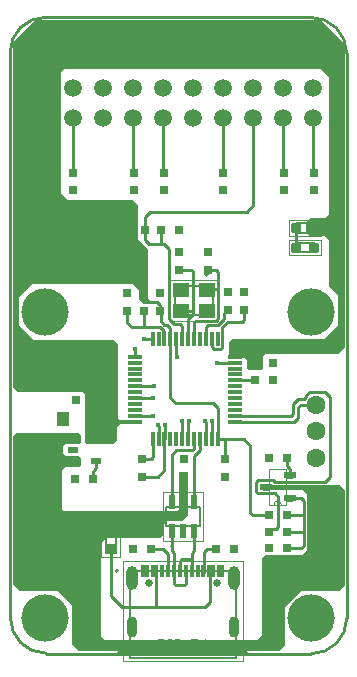
<source format=gtl>
G04*
G04 #@! TF.GenerationSoftware,Altium Limited,Altium Designer,20.0.12 (288)*
G04*
G04 Layer_Physical_Order=1*
G04 Layer_Color=6495743*
%FSLAX44Y44*%
%MOMM*%
G71*
G01*
G75*
%ADD10C,0.2000*%
%ADD11C,0.2540*%
%ADD12C,0.1270*%
%ADD14C,0.0000*%
%ADD15C,0.0500*%
%ADD16R,0.3000X1.1400*%
%ADD17R,0.3000X1.2000*%
%ADD18R,1.2000X0.3000*%
%ADD19R,0.8000X0.8000*%
%ADD20R,0.8000X0.8000*%
%ADD21R,1.0000X0.5588*%
%ADD22R,0.9900X0.9200*%
%ADD23C,1.6000*%
%ADD24R,0.9000X0.6000*%
%ADD25R,1.0000X1.3000*%
G04:AMPARAMS|DCode=26|XSize=0.91mm|YSize=0.83mm|CornerRadius=0.22mm|HoleSize=0mm|Usage=FLASHONLY|Rotation=0.000|XOffset=0mm|YOffset=0mm|HoleType=Round|Shape=RoundedRectangle|*
%AMROUNDEDRECTD26*
21,1,0.9100,0.3901,0,0,0.0*
21,1,0.4701,0.8300,0,0,0.0*
1,1,0.4399,0.2351,-0.1951*
1,1,0.4399,-0.2351,-0.1951*
1,1,0.4399,-0.2351,0.1951*
1,1,0.4399,0.2351,0.1951*
%
%ADD26ROUNDEDRECTD26*%
G04:AMPARAMS|DCode=27|XSize=1.21mm|YSize=0.59mm|CornerRadius=0.0738mm|HoleSize=0mm|Usage=FLASHONLY|Rotation=90.000|XOffset=0mm|YOffset=0mm|HoleType=Round|Shape=RoundedRectangle|*
%AMROUNDEDRECTD27*
21,1,1.2100,0.4425,0,0,90.0*
21,1,1.0625,0.5900,0,0,90.0*
1,1,0.1475,0.2213,0.5313*
1,1,0.1475,0.2213,-0.5313*
1,1,0.1475,-0.2213,-0.5313*
1,1,0.1475,-0.2213,0.5313*
%
%ADD27ROUNDEDRECTD27*%
%ADD28R,1.4000X1.2000*%
%ADD48C,0.6500*%
%ADD49O,1.0000X2.0000*%
%ADD50O,0.9000X1.8000*%
%ADD51C,4.0000*%
%ADD52R,1.5000X1.5000*%
%ADD53C,1.5000*%
%ADD54C,0.4000*%
G36*
X1524000Y965000D02*
X1524000Y709000D01*
X1517750Y702750D01*
X1456250Y702750D01*
X1454000Y700500D01*
Y691250D01*
X1452250Y689500D01*
X1442250D01*
X1440250Y691500D01*
Y698250D01*
X1439000Y699500D01*
X1425000D01*
X1425000Y713250D01*
X1427750Y716000D01*
X1506000Y716000D01*
X1517750Y727750D01*
Y753250D01*
X1510500Y760500D01*
Y798750D01*
X1506500Y802750D01*
X1493500D01*
X1490250Y806000D01*
Y814250D01*
X1494000Y818000D01*
X1506750D01*
X1510500Y821750D01*
Y937250D01*
X1503500Y944250D01*
X1285750D01*
X1283250Y941750D01*
Y839500D01*
X1289000Y833750D01*
X1344000D01*
X1348250Y829500D01*
X1348250Y812250D01*
X1348250Y800500D01*
X1357250Y791500D01*
X1357250Y749625D01*
X1359875Y747000D01*
X1358627Y745752D01*
X1352498D01*
X1349000Y749250D01*
Y757250D01*
X1344000Y762250D01*
X1258250D01*
X1247750Y751750D01*
Y727250D01*
X1260250Y714750D01*
X1328000D01*
X1331250Y711500D01*
Y649000D01*
X1332977Y647273D01*
X1339921D01*
X1343000Y644250D01*
X1333500D01*
X1330750Y641500D01*
Y630500D01*
X1327000Y626750D01*
X1305000D01*
X1303750Y628000D01*
Y668500D01*
X1301500Y670750D01*
X1246500D01*
X1242250Y675000D01*
Y816750D01*
X1242250Y967250D01*
X1260750Y985750D01*
X1503250Y985750D01*
X1524000Y965000D01*
D02*
G37*
G36*
X1298500Y636500D02*
X1300500Y634500D01*
X1300500Y628500D01*
X1299000Y627000D01*
X1286500D01*
X1285000Y625500D01*
Y618500D01*
X1287000Y616500D01*
X1298500D01*
X1300500Y614500D01*
Y609000D01*
X1298750Y607250D01*
X1286500D01*
X1283750Y604500D01*
Y572250D01*
X1286000Y570000D01*
X1381000D01*
X1383000Y572000D01*
Y603250D01*
X1391000D01*
Y566500D01*
X1386500Y562000D01*
X1373750D01*
X1370500Y558750D01*
Y550500D01*
X1367000Y547000D01*
X1321250Y547000D01*
X1317000Y542750D01*
X1317000Y464750D01*
X1320500Y461250D01*
X1449500Y461250D01*
X1453250Y465000D01*
X1453250Y530000D01*
X1456500Y533250D01*
X1487750D01*
X1491750Y537250D01*
X1491750Y584250D01*
X1488250Y587750D01*
X1461250Y587750D01*
X1451500D01*
X1451500Y592250D01*
X1452500Y593250D01*
X1461250Y593250D01*
X1462250Y592250D01*
X1518750Y592250D01*
X1523250Y587750D01*
Y506750D01*
X1518750Y502250D01*
X1487000Y502250D01*
X1473250Y488500D01*
Y456750D01*
X1468500Y452000D01*
X1298000Y452000D01*
X1292750Y457250D01*
Y490500D01*
X1281000Y502250D01*
X1248750D01*
X1242250Y508750D01*
Y633250D01*
X1245500Y636500D01*
X1298500Y636500D01*
D02*
G37*
D10*
X1331519Y519537D02*
G03*
X1331519Y519537I-1000J0D01*
G01*
X1378050Y540000D02*
G03*
X1378050Y540000I-1000J0D01*
G01*
X1407510Y770420D02*
G03*
X1407510Y770420I-1000J0D01*
G01*
D11*
X1408980Y492980D02*
Y519325D01*
X1404750Y488750D02*
X1408980Y492980D01*
X1408769Y519537D02*
X1408980Y519325D01*
X1460635Y455250D02*
X1470040Y464655D01*
Y489417D01*
X1302596Y455250D02*
X1460635D01*
X1470040Y489417D02*
X1487123Y506500D01*
X1493500D01*
X1295500Y462346D02*
Y492250D01*
Y462346D02*
X1302596Y455250D01*
X1325250Y565904D02*
X1383958D01*
X1280000D02*
X1325250D01*
X1411010Y708738D02*
Y715560D01*
Y708738D02*
X1412498Y707250D01*
X1418332D01*
X1506437Y671290D02*
X1510706Y667021D01*
X1493709Y671290D02*
X1506437D01*
X1510706Y599238D02*
Y667021D01*
X1506382Y594914D02*
X1510706Y599238D01*
X1269978Y978250D02*
X1498388D01*
X1519250Y809133D02*
Y957388D01*
X1498388Y978250D02*
X1519250Y957388D01*
X1245750Y929250D02*
Y954022D01*
X1269978Y978250D01*
X1245750Y808000D02*
Y809000D01*
Y689482D02*
Y808000D01*
Y929250D02*
X1267300D01*
X1245750Y903250D02*
Y929250D01*
X1354250Y808000D02*
Y819250D01*
X1358500Y823500D01*
X1440235D01*
X1354250Y799500D02*
Y808000D01*
X1445950Y829215D02*
Y903000D01*
X1440235Y823500D02*
X1445950Y829215D01*
X1404750Y646355D02*
X1405780Y645325D01*
Y630790D02*
Y645325D01*
X1404750Y646355D02*
Y646750D01*
X1391010Y646510D02*
X1391250Y646750D01*
X1391010Y631020D02*
Y646510D01*
X1474500Y614793D02*
X1474553Y614846D01*
X1474500Y608250D02*
Y614793D01*
Y608250D02*
X1476772Y605978D01*
Y600248D02*
Y605978D01*
X1371010Y642589D02*
X1371460Y643040D01*
X1371010Y631020D02*
Y642589D01*
X1370780Y630790D02*
X1371010Y631020D01*
X1345500Y701020D02*
Y707472D01*
X1360740Y715750D02*
X1360780Y715790D01*
X1353750Y715750D02*
X1360740D01*
X1345730Y700790D02*
X1345780D01*
X1345500Y701020D02*
X1345730Y700790D01*
X1385250Y646355D02*
Y646750D01*
Y646355D02*
X1385780Y645825D01*
Y630790D02*
Y645825D01*
X1375780Y666220D02*
Y715790D01*
Y725220D01*
X1380890Y700423D02*
X1381063Y700250D01*
X1380890Y700423D02*
Y715680D01*
X1380780Y715790D02*
X1380890Y715680D01*
X1345800Y650770D02*
X1360690D01*
X1360710Y650750D01*
X1345800Y665770D02*
X1360690D01*
X1360710Y665750D01*
X1345780Y665790D02*
X1345800Y665770D01*
X1345780Y650790D02*
X1345800Y650770D01*
X1430780Y680790D02*
X1447040D01*
X1447250Y681000D01*
X1345780Y675790D02*
X1345885Y675895D01*
X1361395D01*
X1361500Y676000D01*
X1365780Y630790D02*
Y642325D01*
X1365250Y642855D02*
X1365780Y642325D01*
X1365250Y642855D02*
Y643250D01*
X1311488Y604750D02*
X1311512D01*
X1313000Y606238D02*
Y612250D01*
X1311512Y604750D02*
X1313000Y606238D01*
X1310000Y597250D02*
Y603262D01*
X1311488Y604750D01*
X1464086Y594914D02*
X1506382D01*
X1466992Y556440D02*
Y582358D01*
X1449778Y585000D02*
X1464350D01*
X1466992Y582358D01*
X1465505Y554953D02*
X1466992Y556440D01*
X1459553Y552596D02*
X1461909Y554953D01*
X1465505D01*
X1449778Y596110D02*
X1462890D01*
X1448290Y594622D02*
X1449778Y596110D01*
X1448290Y586488D02*
X1449778Y585000D01*
X1448290Y586488D02*
Y594622D01*
X1462890Y596110D02*
X1464086Y594914D01*
X1491000Y666656D02*
Y668580D01*
X1493709Y671290D01*
X1489047Y664703D02*
X1491000Y666656D01*
X1483934Y664703D02*
X1489047D01*
X1479750Y660519D02*
X1483934Y664703D01*
X1483813Y649063D02*
Y658062D01*
X1486001Y660250D01*
X1499500D01*
X1479750Y652278D02*
Y660519D01*
X1430780Y650790D02*
X1478262D01*
X1479750Y652278D01*
X1390780Y630790D02*
X1391010Y631020D01*
X1498117Y809133D02*
X1519250D01*
X1497500Y809750D02*
X1498117Y809133D01*
X1447250Y714000D02*
X1510250D01*
X1436250D02*
X1447250D01*
X1447250Y695750D02*
Y714000D01*
X1447250Y714000D02*
X1447250Y714000D01*
X1431010Y700560D02*
X1431040D01*
X1431500Y701020D01*
Y709250D01*
X1436250Y714000D01*
X1510250D02*
X1519250Y723000D01*
X1480540Y645790D02*
X1483813Y649063D01*
X1430780Y645790D02*
X1480540D01*
X1411750Y661750D02*
X1415780Y657720D01*
X1380250Y661750D02*
X1411750D01*
X1375780Y666220D02*
X1380250Y661750D01*
X1415000Y695750D02*
X1415020Y695770D01*
X1430760D02*
X1430780Y695790D01*
X1415020Y695770D02*
X1430760D01*
X1482500Y793250D02*
Y809750D01*
X1496750Y857500D02*
X1497500Y856750D01*
X1496750Y857500D02*
Y903000D01*
X1436750Y730250D02*
X1438250Y731750D01*
Y740500D01*
X1424500Y730250D02*
X1436750D01*
X1419820Y725570D02*
X1424500Y730250D01*
X1418332Y707250D02*
X1419820Y708738D01*
X1410780Y715790D02*
X1411010Y715560D01*
X1419820Y708738D02*
Y725570D01*
X1407268Y727570D02*
X1416140D01*
X1405780Y726082D02*
X1407268Y727570D01*
X1405780Y715790D02*
Y726082D01*
X1416140Y727570D02*
X1421583Y733013D01*
X1397268Y731380D02*
X1414562D01*
X1416050Y732868D01*
Y745084D01*
X1416500Y745534D02*
Y757750D01*
X1416050Y745084D02*
X1416500Y745534D01*
X1421583Y733013D02*
Y737833D01*
X1424250Y740500D01*
X1395780Y715790D02*
Y729892D01*
X1397268Y731380D01*
X1395250Y736909D02*
Y739750D01*
X1390780Y732439D02*
X1395250Y736909D01*
X1390780Y715790D02*
Y732439D01*
X1367500Y796000D02*
X1370500D01*
X1357750D02*
X1367500D01*
Y807430D02*
X1368070Y808000D01*
X1367500Y796000D02*
Y807430D01*
X1354250Y799500D02*
X1357750Y796000D01*
X1370500D02*
X1374500Y792000D01*
Y732750D02*
Y792000D01*
Y732750D02*
X1379000Y728250D01*
X1385780Y715790D02*
Y726762D01*
X1384292Y728250D02*
X1385780Y726762D01*
X1379000Y728250D02*
X1384292D01*
X1395250Y739750D02*
Y772722D01*
X1384510Y739920D02*
X1395080D01*
X1395250Y739750D01*
X1393762Y774210D02*
X1395250Y772722D01*
X1383240Y774210D02*
X1393762D01*
X1416500Y757750D02*
Y771750D01*
X1406510Y756920D02*
X1407340Y757750D01*
X1416500D01*
X1415756Y772494D02*
X1416500Y771750D01*
X1407370Y774210D02*
X1414040D01*
X1415750Y772500D01*
Y772500D02*
Y772500D01*
Y772500D02*
X1415756Y772494D01*
X1255482Y679750D02*
X1324500D01*
X1245750Y689482D02*
X1255482Y679750D01*
X1410765Y630805D02*
X1410780Y630790D01*
X1410765Y630805D02*
Y646735D01*
X1410750Y646750D02*
X1410765Y646735D01*
X1351750Y614250D02*
X1359000D01*
X1360780Y616030D02*
Y630790D01*
X1359000Y614250D02*
X1360780Y616030D01*
X1353140Y726600D02*
Y739632D01*
Y726600D02*
X1353740Y726000D01*
X1353140D02*
X1367000D01*
X1343000D02*
X1353140D01*
X1339250Y729750D02*
Y739632D01*
Y729750D02*
X1343000Y726000D01*
X1370638Y727750D02*
X1373250D01*
X1367500Y730888D02*
X1370638Y727750D01*
X1367000Y726000D02*
X1369060Y723940D01*
X1370550Y716020D02*
Y722452D01*
X1369062Y723940D02*
X1370550Y722452D01*
X1367500Y730888D02*
Y739133D01*
X1369060Y723940D02*
X1369062D01*
X1373250Y727750D02*
X1375780Y725220D01*
X1370550Y716020D02*
X1370780Y715790D01*
Y604780D02*
Y630790D01*
X1365250Y599250D02*
X1370780Y604780D01*
X1351750Y599250D02*
X1365250D01*
X1474649Y538500D02*
X1486739D01*
X1489000Y540760D01*
Y553625D01*
Y567250D01*
X1474553Y538596D02*
X1474649Y538500D01*
X1486512Y580944D02*
X1489000Y578456D01*
X1476772Y580944D02*
X1486512D01*
X1489000Y567250D02*
Y578456D01*
X1474553Y552596D02*
X1487971D01*
X1474553Y566596D02*
X1488346D01*
X1489000Y567250D01*
X1377044Y536281D02*
Y552956D01*
Y536281D02*
X1378980Y534345D01*
Y518030D02*
Y534345D01*
X1369750Y538000D02*
X1373980Y533770D01*
Y518030D02*
Y533770D01*
X1359000Y538000D02*
X1369750D01*
X1377000Y553000D02*
X1377044Y552956D01*
X1406750Y538000D02*
X1414500D01*
X1403980Y535230D02*
X1406750Y538000D01*
X1403980Y518030D02*
Y535230D01*
X1378886Y517936D02*
X1378980Y518030D01*
X1380374Y507250D02*
X1387492D01*
X1378886Y508738D02*
X1380374Y507250D01*
X1378886Y508738D02*
Y517936D01*
X1388980Y508738D02*
Y518030D01*
X1387492Y507250D02*
X1388980Y508738D01*
X1385468Y529258D02*
X1393980D01*
Y534230D01*
Y518030D02*
Y529258D01*
X1383980Y518030D02*
Y527770D01*
X1385468Y529258D01*
X1396000Y553000D02*
X1396000Y553000D01*
X1396000Y536250D02*
Y553000D01*
X1393980Y534230D02*
X1396000Y536250D01*
X1400780Y621530D02*
Y630790D01*
X1396000Y616750D02*
X1400780Y621530D01*
X1396000Y578100D02*
Y616750D01*
X1395550Y630560D02*
X1395780Y630790D01*
X1395550Y622800D02*
Y630560D01*
X1394250Y621500D02*
X1395550Y622800D01*
X1377000Y617750D02*
X1380750Y621500D01*
X1394250D01*
X1377000Y578100D02*
Y617750D01*
X1421000Y630790D02*
X1438183D01*
X1415780D02*
X1421000D01*
X1421750Y614250D02*
Y630040D01*
X1421000Y630790D02*
X1421750Y630040D01*
X1245750Y809000D02*
Y903250D01*
X1415780Y630790D02*
Y657720D01*
X1430780Y700790D02*
X1431010Y700560D01*
X1310750Y664000D02*
X1329210D01*
Y647750D02*
Y664000D01*
Y675040D01*
X1367000Y739632D02*
X1367500Y739133D01*
X1353140Y754632D02*
X1353250Y754522D01*
Y748750D02*
Y754522D01*
Y748750D02*
X1355000Y747000D01*
X1364750D02*
X1367000Y744750D01*
X1355000Y747000D02*
X1364750D01*
X1367000Y739632D02*
Y744750D01*
X1353140Y754632D02*
X1353500Y754993D01*
Y772000D01*
X1346250Y775750D02*
X1349750D01*
X1353500Y772000D01*
X1339250Y782750D02*
Y808000D01*
Y782750D02*
X1346250Y775750D01*
X1246750Y808000D02*
X1339250D01*
X1245750Y809000D02*
X1246750Y808000D01*
X1246000Y903000D02*
X1268150D01*
X1245750Y903250D02*
X1246000Y903000D01*
X1267300Y929250D02*
X1268150Y928400D01*
X1443500Y568500D02*
Y625473D01*
X1438183Y630790D02*
X1443500Y625473D01*
Y568500D02*
X1445404Y566596D01*
X1459553D01*
X1499250Y512250D02*
Y586250D01*
X1494904Y590596D02*
X1499250Y586250D01*
X1456452Y590596D02*
X1494904D01*
X1493500Y506500D02*
X1499250Y512250D01*
X1324500Y679750D02*
X1329210Y675040D01*
X1280000Y565904D02*
Y611500D01*
Y507750D02*
Y565904D01*
Y507750D02*
X1295500Y492250D01*
X1386500Y578100D02*
Y598750D01*
Y568446D02*
Y578100D01*
X1383958Y565904D02*
X1386500Y568446D01*
X1325250Y553750D02*
Y565750D01*
X1309750Y647750D02*
X1329210D01*
Y645790D02*
Y647750D01*
X1313000Y631250D02*
X1325500D01*
X1329210Y634960D02*
Y645790D01*
X1325500Y631250D02*
X1329210Y634960D01*
Y645790D02*
X1345780D01*
X1280000Y611500D02*
Y627948D01*
X1280750Y612250D02*
X1293000D01*
X1280000Y611500D02*
X1280750Y612250D01*
X1283302Y631250D02*
X1293000D01*
X1280000Y627948D02*
X1283302Y631250D01*
X1386500Y598750D02*
X1387000Y599250D01*
X1364000Y488750D02*
X1404750D01*
X1334500D02*
X1364000D01*
X1363980Y488770D02*
Y518030D01*
Y488770D02*
X1364000Y488750D01*
X1325250Y498000D02*
Y538250D01*
Y498000D02*
X1334500Y488750D01*
X1471350Y857150D02*
X1471750Y856750D01*
X1471350Y857150D02*
Y903000D01*
X1420500Y856750D02*
X1420550Y856800D01*
Y903000D01*
X1369750Y857250D02*
X1370250Y856750D01*
X1369750Y857250D02*
Y903000D01*
X1344350Y857400D02*
X1345000Y856750D01*
X1344350Y857400D02*
Y903000D01*
X1293500Y856750D02*
X1293550Y856800D01*
Y903000D01*
X1495157Y449343D02*
G03*
X1525157Y479343I0J30000D01*
G01*
X1525000Y958000D02*
G03*
X1495000Y988000I-30000J0D01*
G01*
X1270000Y988250D02*
G03*
X1240000Y958250I0J-30000D01*
G01*
X1240270Y479770D02*
G03*
X1270270Y449770I30000J0D01*
G01*
Y449500D02*
X1495157Y449500D01*
X1525000Y958000D02*
X1525000Y479343D01*
X1270000Y988237D02*
X1495000Y988018D01*
X1240000Y958250D02*
X1240000Y479770D01*
X1270270Y449500D02*
X1341750D01*
X1365569Y453537D02*
Y460534D01*
X1369067D01*
X1370234Y459368D01*
Y457035D01*
X1369067Y455869D01*
X1365569D01*
X1377231Y459368D02*
X1376065Y460534D01*
X1373733D01*
X1372566Y459368D01*
Y454703D01*
X1373733Y453537D01*
X1376065D01*
X1377231Y454703D01*
X1379564Y460534D02*
Y453537D01*
X1383063D01*
X1384229Y454703D01*
Y455869D01*
X1383063Y457035D01*
X1379564D01*
X1383063D01*
X1384229Y458202D01*
Y459368D01*
X1383063Y460534D01*
X1379564D01*
X1398225D02*
X1393560D01*
Y453537D01*
X1398225D01*
X1393560Y457035D02*
X1395892D01*
X1405222Y460534D02*
Y453537D01*
X1401724D01*
X1400557Y454703D01*
Y457035D01*
X1401724Y458202D01*
X1405222D01*
X1409888Y451204D02*
X1411054D01*
X1412220Y452370D01*
Y458202D01*
X1408721D01*
X1407555Y457035D01*
Y454703D01*
X1408721Y453537D01*
X1412220D01*
X1418052D02*
X1415719D01*
X1414553Y454703D01*
Y457035D01*
X1415719Y458202D01*
X1418052D01*
X1419218Y457035D01*
Y455869D01*
X1414553D01*
D12*
X1341569Y446037D02*
Y519537D01*
Y446037D02*
X1430969D01*
Y519537D01*
X1341569D02*
X1430969D01*
X1331569Y450937D02*
X1440969D01*
X1321150Y538000D02*
Y554000D01*
Y538000D02*
X1329350D01*
Y554000D01*
X1321150D02*
X1329350D01*
X1482000Y805750D02*
Y813750D01*
Y805750D02*
X1498000D01*
Y813750D01*
X1482000D02*
X1498000D01*
X1482000Y789250D02*
Y797250D01*
Y789250D02*
X1498000D01*
Y797250D01*
X1482000D02*
X1498000D01*
X1371875Y557425D02*
Y573675D01*
X1401125D01*
Y557425D02*
Y573675D01*
X1371875Y557425D02*
X1401125D01*
X1411510Y735920D02*
Y760920D01*
X1379510Y735920D02*
X1411510D01*
X1379510Y760920D02*
X1411510D01*
X1379510Y735920D02*
Y760920D01*
D14*
X1429443Y522135D02*
G03*
X1426270Y518611I176J-3349D01*
G01*
X1432768Y519152D02*
G03*
X1429453Y522136I-3149J-165D01*
G01*
Y505137D02*
G03*
X1432768Y508122I165J3149D01*
G01*
X1426269Y508128D02*
G03*
X1429477Y505137I3100J108D01*
G01*
X1432769Y508137D02*
Y519137D01*
X1426269Y508137D02*
Y518637D01*
X1469660Y575610D02*
G03*
X1463564Y575610I-3048J0D01*
G01*
X1459500Y605582D02*
X1473724D01*
X1459500Y593136D02*
Y605582D01*
Y588056D02*
Y593136D01*
Y575610D02*
Y588056D01*
Y575610D02*
X1463564D01*
X1469660D01*
X1473724D01*
Y578404D01*
Y583484D01*
Y597708D01*
Y578404D02*
X1479058D01*
Y583484D01*
X1473724D02*
X1479058D01*
X1473724Y602788D02*
Y605582D01*
Y597708D02*
Y602788D01*
Y597708D02*
X1479058D01*
Y602788D01*
X1473724D02*
X1479058D01*
X1454166Y593136D02*
X1459500D01*
X1454166Y588056D02*
Y593136D01*
Y588056D02*
X1459500D01*
D15*
X1335519Y443537D02*
Y527737D01*
Y443537D02*
X1437019D01*
Y527737D01*
X1335519D02*
X1437019D01*
X1333450Y531100D02*
Y560900D01*
X1317050D02*
X1333450D01*
X1317050Y531100D02*
Y560900D01*
Y531100D02*
X1333450D01*
X1476300Y803050D02*
Y816450D01*
Y803050D02*
X1503700D01*
Y816450D01*
X1476300D02*
X1503700D01*
X1476300Y786550D02*
Y799950D01*
Y786550D02*
X1503700D01*
Y799950D01*
X1476300D02*
X1503700D01*
X1369375Y544450D02*
X1403625D01*
Y586650D01*
X1369375D02*
X1403625D01*
X1369375Y544450D02*
Y586650D01*
X1416010Y731420D02*
Y765420D01*
X1375010D02*
X1416010D01*
X1375010Y731420D02*
X1416010D01*
X1375010D02*
Y765420D01*
D16*
X1383769Y519537D02*
D03*
X1378769D02*
D03*
X1373769D02*
D03*
X1368769D02*
D03*
X1363769D02*
D03*
X1360769D02*
D03*
X1355769D02*
D03*
X1352769D02*
D03*
X1388769D02*
D03*
X1393769D02*
D03*
X1398769D02*
D03*
X1403769D02*
D03*
X1408769D02*
D03*
X1411769D02*
D03*
X1416769D02*
D03*
X1419769D02*
D03*
D17*
X1415780Y715790D02*
D03*
X1410780D02*
D03*
X1405780D02*
D03*
X1400780D02*
D03*
X1395780D02*
D03*
X1390780D02*
D03*
X1385780D02*
D03*
X1380780D02*
D03*
X1375780D02*
D03*
X1370780D02*
D03*
X1365780D02*
D03*
X1360780D02*
D03*
Y630790D02*
D03*
X1365780D02*
D03*
X1370780D02*
D03*
X1375780D02*
D03*
X1380780D02*
D03*
X1385780D02*
D03*
X1390780D02*
D03*
X1395780D02*
D03*
X1400780D02*
D03*
X1405780D02*
D03*
X1410780D02*
D03*
X1415780D02*
D03*
D18*
X1345780Y700790D02*
D03*
Y695790D02*
D03*
Y690790D02*
D03*
Y685790D02*
D03*
Y680790D02*
D03*
Y675790D02*
D03*
Y670790D02*
D03*
Y665790D02*
D03*
Y660790D02*
D03*
Y655790D02*
D03*
Y650790D02*
D03*
Y645790D02*
D03*
X1430780D02*
D03*
Y650790D02*
D03*
Y655790D02*
D03*
Y660790D02*
D03*
Y665790D02*
D03*
Y670790D02*
D03*
Y675790D02*
D03*
Y680790D02*
D03*
Y685790D02*
D03*
Y690790D02*
D03*
Y695790D02*
D03*
Y700790D02*
D03*
D19*
X1293500Y841750D02*
D03*
Y856750D02*
D03*
X1345000Y841750D02*
D03*
Y856750D02*
D03*
X1370250Y841750D02*
D03*
Y856750D02*
D03*
X1420500Y841750D02*
D03*
Y856750D02*
D03*
X1471750Y841750D02*
D03*
Y856750D02*
D03*
X1497500Y841750D02*
D03*
Y856750D02*
D03*
X1367000Y754632D02*
D03*
Y739632D02*
D03*
X1387000Y614250D02*
D03*
Y599250D02*
D03*
X1351750Y614250D02*
D03*
Y599250D02*
D03*
X1424250Y755500D02*
D03*
Y740500D02*
D03*
X1407370Y789210D02*
D03*
Y774210D02*
D03*
X1353140Y739632D02*
D03*
Y754632D02*
D03*
X1339250D02*
D03*
Y739632D02*
D03*
X1383240Y789210D02*
D03*
Y774210D02*
D03*
X1421750Y599250D02*
D03*
Y614250D02*
D03*
X1438250Y755500D02*
D03*
Y740500D02*
D03*
D20*
X1459553Y552596D02*
D03*
X1474553D02*
D03*
X1459553Y614846D02*
D03*
X1474553D02*
D03*
Y566596D02*
D03*
X1459553D02*
D03*
Y538596D02*
D03*
X1474553D02*
D03*
X1295000Y597250D02*
D03*
X1310000D02*
D03*
X1339250Y808000D02*
D03*
X1354250D02*
D03*
X1368070D02*
D03*
X1383070D02*
D03*
X1295750Y664000D02*
D03*
X1310750D02*
D03*
X1429500Y538000D02*
D03*
X1414500D02*
D03*
X1447250Y681000D02*
D03*
X1462250D02*
D03*
Y695750D02*
D03*
X1447250D02*
D03*
X1344000Y538000D02*
D03*
X1359000D02*
D03*
D21*
X1476772Y580944D02*
D03*
Y600248D02*
D03*
X1456452Y590596D02*
D03*
D22*
X1325250Y553750D02*
D03*
Y538250D02*
D03*
D23*
X1499500Y615000D02*
D03*
Y660250D02*
D03*
Y637625D02*
D03*
D24*
X1293000Y621750D02*
D03*
Y612250D02*
D03*
Y631250D02*
D03*
X1313000D02*
D03*
Y612250D02*
D03*
D25*
X1284750Y647750D02*
D03*
X1309750D02*
D03*
D26*
X1497500Y809750D02*
D03*
X1482500D02*
D03*
X1497500Y793250D02*
D03*
X1482500D02*
D03*
D27*
X1377000Y553000D02*
D03*
X1386500D02*
D03*
X1396000D02*
D03*
Y578100D02*
D03*
X1386500D02*
D03*
X1377000D02*
D03*
D28*
X1406510Y756920D02*
D03*
X1384510D02*
D03*
Y739920D02*
D03*
X1406510D02*
D03*
D48*
X1357369Y508837D02*
D03*
X1415169D02*
D03*
D49*
X1343019Y513637D02*
D03*
X1429519D02*
D03*
D50*
X1343019Y471837D02*
D03*
X1429519D02*
D03*
D51*
X1270000Y479500D02*
D03*
X1495000D02*
D03*
Y738500D02*
D03*
X1270000D02*
D03*
D52*
X1268150Y903000D02*
D03*
D53*
X1293550D02*
D03*
X1318950D02*
D03*
X1344350D02*
D03*
X1369750D02*
D03*
X1395150D02*
D03*
X1420550D02*
D03*
X1445950D02*
D03*
X1471350D02*
D03*
X1496750D02*
D03*
X1268150Y928400D02*
D03*
X1293550D02*
D03*
X1318950D02*
D03*
X1344350D02*
D03*
X1369750D02*
D03*
X1395150D02*
D03*
X1420550D02*
D03*
X1445950D02*
D03*
X1471350D02*
D03*
X1496750D02*
D03*
D54*
X1396000Y553000D02*
D03*
X1459553Y614846D02*
D03*
X1404750Y646750D02*
D03*
X1391250D02*
D03*
X1499500Y637625D02*
D03*
X1371460Y643040D02*
D03*
X1345500Y707472D02*
D03*
X1353750Y715750D02*
D03*
X1385250Y646750D02*
D03*
X1381063Y700250D02*
D03*
X1360710Y665750D02*
D03*
Y650750D02*
D03*
X1482500Y793250D02*
D03*
X1497500Y841750D02*
D03*
X1471750D02*
D03*
X1420500D02*
D03*
X1370250D02*
D03*
X1345000D02*
D03*
X1293500D02*
D03*
X1361500Y676000D02*
D03*
X1365250Y643250D02*
D03*
X1415000Y695750D02*
D03*
X1410750Y646750D02*
D03*
X1386750Y614250D02*
D03*
X1421500Y599000D02*
D03*
X1497250Y793250D02*
D03*
X1383000Y808500D02*
D03*
X1383250Y789250D02*
D03*
X1407000Y789000D02*
D03*
X1339250Y754500D02*
D03*
X1367000Y754750D02*
D03*
X1438000Y755500D02*
D03*
X1424000D02*
D03*
X1406500Y740000D02*
D03*
X1384000Y757000D02*
D03*
X1295750Y664000D02*
D03*
X1284750Y647750D02*
D03*
X1293000Y621500D02*
D03*
X1294750Y597250D02*
D03*
X1418500Y517750D02*
D03*
X1354500Y518000D02*
D03*
X1343750Y538250D02*
D03*
X1386250Y553000D02*
D03*
X1429500Y538000D02*
D03*
X1459500Y538500D02*
D03*
X1499250Y615000D02*
D03*
X1462250Y681000D02*
D03*
X1462000Y695750D02*
D03*
M02*

</source>
